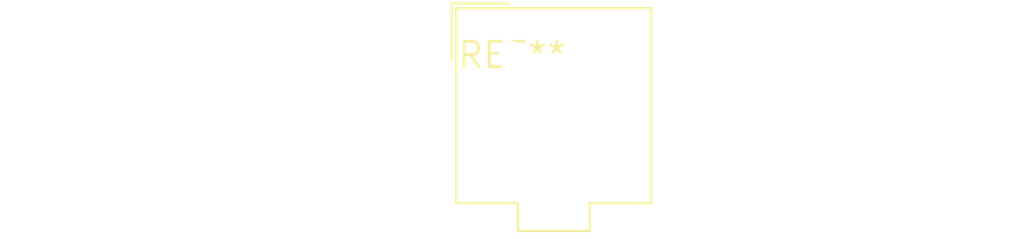
<source format=kicad_pcb>
(kicad_pcb (version 20240108) (generator pcbnew)
  (layers (0 "F.Cu" signal) (31 "B.Cu" signal) (34 "B.Paste" user) (35 "F.Paste" user) (36 "B.SilkS" user "B.Silkscreen") (37 "F.SilkS" user "F.Silkscreen") (38 "B.Mask" user) (39 "F.Mask" user) (44 "Edge.Cuts" user))
  (net 0 "")
  (footprint "Molex_Mini-Fit_Jr_5566-04A_2x02_P4.20mm_Vertical" (layer "F.Cu") (at 0 0)
    (property "Reference" "REF**")
    (property "Value" "Molex_Mini-Fit_Jr_5566-04A_2x02_P4.20mm_Vertical")
    (fp_line (start -3.05 -2.6) (end -3.05 0.25) (layer "F.SilkS") (stroke (width 0.12)))
    (fp_line (start -2.81 -2.36) (end -2.81 7.46) (layer "F.SilkS") (stroke (width 0.12)))
    (fp_line (start -2.81 7.46) (end 0.29 7.46) (layer "F.SilkS") (stroke (width 0.12)))
    (fp_line (start -0.2 -2.6) (end -3.05 -2.6) (layer "F.SilkS") (stroke (width 0.12)))
    (fp_line (start 0.29 7.46) (end 0.29 8.86) (layer "F.SilkS") (stroke (width 0.12)))
    (fp_line (start 0.29 8.86) (end 2.1 8.86) (layer "F.SilkS") (stroke (width 0.12)))
    (fp_line (start 2.1 -2.36) (end -2.81 -2.36) (layer "F.SilkS") (stroke (width 0.12)))
    (fp_line (start 2.1 -2.36) (end 7.01 -2.36) (layer "F.SilkS") (stroke (width 0.12)))
    (fp_line (start 3.91 7.46) (end 3.91 8.86) (layer "F.SilkS") (stroke (width 0.12)))
    (fp_line (start 3.91 8.86) (end 2.1 8.86) (layer "F.SilkS") (stroke (width 0.12)))
    (fp_line (start 7.01 -2.36) (end 7.01 7.46) (layer "F.SilkS") (stroke (width 0.12)))
    (fp_line (start 7.01 7.46) (end 3.91 7.46) (layer "F.SilkS") (stroke (width 0.12)))
    (pad "1" thru_hole roundrect (at 0 0) (size 2.7 3.3) (drill 1.4) (layers *.Cu *.Mask) (remove_unused_layers) (roundrect_rratio 0.092593))
    (pad "2" thru_hole oval (at 4.2 0) (size 2.7 3.3) (drill 1.4) (layers *.Cu *.Mask) (remove_unused_layers))
    (pad "3" thru_hole oval (at 0 5.5) (size 2.7 3.3) (drill 1.4) (layers *.Cu *.Mask) (remove_unused_layers))
    (pad "4" thru_hole oval (at 4.2 5.5) (size 2.7 3.3) (drill 1.4) (layers *.Cu *.Mask) (remove_unused_layers))
  )
)
</source>
